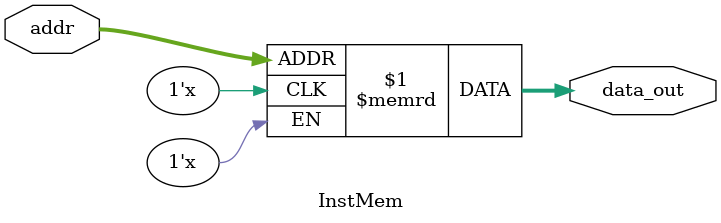
<source format=v>
`timescale 1ns / 1ps


module InstMem (input [6:0] addr, output [31:0] data_out);
 reg [31:0] mem [0:127];
 assign data_out = mem[addr];
 initial begin
 /*mem[3:0] = 32'h004e80b7;
 mem[1] = 32'h00000033;
 mem[2] = 32'h00000033;
 mem[3] = 32'h00000033;
 mem[4] = 32'h0300e093;
 mem[5] = 32'h00000033;
 mem[6] = 32'h00000033;
 mem[7] = 32'h00000033;
 mem[8] = 32'h01efe117;
 mem[9] = 32'h00000033;
 mem[10] = 32'h00000033;
 mem[11] = 32'h00000033;
 mem[12] = 32'h00000183;
 mem[13] = 32'h00000033;
 mem[14] = 32'h00000033;
 mem[15] = 32'h00000033;
 mem[16] = 32'h00001203;
 mem[17] = 32'h00000033;
 mem[18] = 32'h00000033;
 mem[19] = 32'h00000033;
 mem[20] = 32'h00002283;
 mem[21] = 32'h00000033;
 mem[22] = 32'h00000033;
 mem[23] = 32'h00000033;
 mem[24] = 32'h00500223;
 mem[25] = 32'h00000033;
 mem[26] = 32'h00000033;
 mem[27] = 32'h00000033;
 mem[28] = 32'h00501423;
 mem[29] = 32'h00000033;
 mem[30] = 32'h00000033;
 mem[31] = 32'h00000033;
 mem[32] = 32'h00502623;
 mem[33] = 32'h00000033;
 mem[34] = 32'h00000033;
 mem[35] = 32'h00000033;
 mem[36] = 32'h00008133;
 mem[37] = 32'h00000033;
 mem[38] = 32'h00000033;
 mem[39] = 32'h00000033;
 mem[40] = 32'h40110133;
 mem[41] = 32'h00000033;
 mem[42] = 32'h00000033;
 mem[43] = 32'h00000033;
 mem[44] = 32'h00329333;
 mem[45] = 32'h00000033;
 mem[46] = 32'h00000033;
 mem[47] = 32'h00000033;
 mem[48] = 32'h0032d3b3;
 mem[49] = 32'h00000033;
 mem[50] = 32'h00000033;
 mem[51] = 32'h00000033;
 mem[52] = 32'hf3800393;
 mem[53] = 32'h00000033;
 mem[54] = 32'h00000033;
 mem[55] = 32'h00000033;
 mem[56] = 32'h4033d3b3;
 mem[57] = 32'h00000033;
 mem[58] = 32'h00000033;
 mem[59] = 32'h00000033;
 mem[60] = 32'h00712433;
 mem[61] = 32'h00000033;
 mem[62] = 32'h00000033;
 mem[63] = 32'h00000033;
 mem[64] = 32'h007334b3;
 mem[65] = 32'h00000033;
 mem[66] = 32'h00000033;
 mem[67] = 32'h00000033;
 mem[68] = 32'h006344b3;
 mem[69] = 32'h00000033;
 mem[70] = 32'h00000033;
 mem[71] = 32'h00000033;
 mem[72] = 32'hfff00313;
 mem[73] = 32'h00000033;
 mem[74] = 32'h00000033;
 mem[75] = 32'h00000033;
 mem[76] = 32'h0060e4b3;
 mem[77] = 32'h00000033;
 mem[78] = 32'h00000033;
 mem[79] = 32'h00000033;
 mem[80] = 32'h0000f0b3;
 mem[81] = 32'h00000033;
 mem[82] = 32'h00000033;
 mem[83] = 32'h00000033;*/
/*
   mem[0] = 32'h004e80b7;
   mem[1]=32'b0000000_00000_00000_000_00000_0110011 ; //add x0, x0, x0
   mem[2]=32'b0000000_00000_00000_000_00000_0110011 ; //add x0, x0, x0
   mem[3]=32'b0000000_00000_00000_000_00000_0110011 ; //add x0, x0, x0
   mem[4] = 32'h00000033;
   mem[5]=32'b0000000_00000_00000_000_00000_0110011 ; //add x0, x0, x0
   mem[6]=32'b0000000_00000_00000_000_00000_0110011 ; //add x0, x0, x0
   mem[7]=32'b0000000_00000_00000_000_00000_0110011 ; //add x0, x0, x0
   mem[8] = 32'h00000033;
   mem[9]=32'b0000000_00000_00000_000_00000_0110011 ; //add x0, x0, x0
   mem[10]=32'b0000000_00000_00000_000_00000_0110011 ; //add x0, x0, x0
   mem[11]=32'b0000000_00000_00000_000_00000_0110011 ; //add x0, x0, x0
   mem[12] = 32'h00000033;
   mem[13]=32'b0000000_00000_00000_000_00000_0110011 ; //add x0, x0, x0
   mem[14]=32'b0000000_00000_00000_000_00000_0110011 ; //add x0, x0, x0
   mem[15]=32'b0000000_00000_00000_000_00000_0110011 ; //add x0, x0, x0
   mem[16] = 32'h0300e093;
   mem[17]=32'b0000000_00000_00000_000_00000_0110011 ; //add x0, x0, x0
   mem[18]=32'b0000000_00000_00000_000_00000_0110011 ; //add x0, x0, x0
   mem[19]=32'b0000000_00000_00000_000_00000_0110011 ; //add x0, x0, x0
   mem[20] = 32'h00000033;
   mem[21]=32'b0000000_00000_00000_000_00000_0110011 ; //add x0, x0, x0
   mem[22]=32'b0000000_00000_00000_000_00000_0110011 ; //add x0, x0, x0
   mem[23]=32'b0000000_00000_00000_000_00000_0110011 ; //add x0, x0, x0
   mem[24] = 32'h00000033;
   mem[25]=32'b0000000_00000_00000_000_00000_0110011 ; //add x0, x0, x0
   mem[26]=32'b0000000_00000_00000_000_00000_0110011 ; //add x0, x0, x0
   mem[27]=32'b0000000_00000_00000_000_00000_0110011 ; //add x0, x0, x0
   mem[28] = 32'h00000033;
   mem[29]=32'b0000000_00000_00000_000_00000_0110011 ; //add x0, x0, x0
   mem[30]=32'b0000000_00000_00000_000_00000_0110011 ; //add x0, x0, x0
   mem[31]=32'b0000000_00000_00000_000_00000_0110011 ; //add x0, x0, x0
   mem[32] = 32'h01efe117;
   mem[33]=32'b0000000_00000_00000_000_00000_0110011 ; //add x0, x0, x0
   mem[34]=32'b0000000_00000_00000_000_00000_0110011 ; //add x0, x0, x0
   mem[35]=32'b0000000_00000_00000_000_00000_0110011 ; //add x0, x0, x0
   mem[36] = 32'h00000033;
   mem[37]=32'b0000000_00000_00000_000_00000_0110011 ; //add x0, x0, x0
   mem[38]=32'b0000000_00000_00000_000_00000_0110011 ; //add x0, x0, x0
   mem[39]=32'b0000000_00000_00000_000_00000_0110011 ; //add x0, x0, x0
   mem[40] = 32'h00000033;
   mem[41]=32'b0000000_00000_00000_000_00000_0110011 ; //add x0, x0, x0
   mem[42]=32'b0000000_00000_00000_000_00000_0110011 ; //add x0, x0, x0
   mem[43]=32'b0000000_00000_00000_000_00000_0110011 ; //add x0, x0, x0
   mem[44] = 32'h00000033;
   mem[45] =32'b0000000_00000_00000_000_00000_0110011 ; //add x0, x0, x0
   mem[46] = 32'b0000000_00000_00000_000_00000_0110011 ; //add x0, x0, x0
   mem[47]=32'b0000000_00000_00000_000_00000_0110011 ; //add x0, x0, x0
   mem[48] = 32'h00000183;
   mem[49]=32'b0000000_00000_00000_000_00000_0110011 ; //add x0, x0, x0
   mem[50]=32'b0000000_00000_00000_000_00000_0110011 ; //add x0, x0, x0
   mem[51]=32'b0000000_00000_00000_000_00000_0110011 ; //add x0, x0, x0
   mem[52] = 32'h00000033;
   mem[53]=32'b0000000_00000_00000_000_00000_0110011 ; //add x0, x0, x0
   mem[54]=32'b0000000_00000_00000_000_00000_0110011 ; //add x0, x0, x0
   mem[55]=32'b0000000_00000_00000_000_00000_0110011 ; //add x0, x0, x0
   mem[56] = 32'h00000033;
   mem[57]=32'b0000000_00000_00000_000_00000_0110011 ; //add x0, x0, x0
   mem[58]=32'b0000000_00000_00000_000_00000_0110011 ; //add x0, x0, x0
   mem[59]=32'b0000000_00000_00000_000_00000_0110011 ; //add x0, x0, x0
   mem[60] = 32'h00000033;
   mem[61]=32'b0000000_00000_00000_000_00000_0110011 ; //add x0, x0, x0
   mem[62]=32'b0000000_00000_00000_000_00000_0110011 ; //add x0, x0, x0
   mem[63]=32'b0000000_00000_00000_000_00000_0110011 ; //add x0, x0, x0
   mem[64] = 32'h00001203;
   mem[65]=32'b0000000_00000_00000_000_00000_0110011 ; //add x0, x0, x0
   mem[66]=32'b0000000_00000_00000_000_00000_0110011 ; //add x0, x0, x0
   mem[67]=32'b0000000_00000_00000_000_00000_0110011 ; //add x0, x0, x0
   mem[68] = 32'h00000033;
   mem[69]=32'b0000000_00000_00000_000_00000_0110011 ; //add x0, x0, x0
   mem[70]=32'b0000000_00000_00000_000_00000_0110011 ; //add x0, x0, x0
   mem[71]=32'b0000000_00000_00000_000_00000_0110011 ; //add x0, x0, x0
   mem[72] = 32'h00000033;
   mem[73]=32'b0000000_00000_00000_000_00000_0110011 ; //add x0, x0, x0
   mem[74]=32'b0000000_00000_00000_000_00000_0110011 ; //add x0, x0, x0
   mem[75]=32'b0000000_00000_00000_000_00000_0110011 ; //add x0, x0, x0
   mem[76] = 32'h00000033;
   mem[77]=32'b0000000_00000_00000_000_00000_0110011 ; //add x0, x0, x0
   mem[78]=32'b0000000_00000_00000_000_00000_0110011 ; //add x0, x0, x0
   mem[79]=32'b0000000_00000_00000_000_00000_0110011 ; //add x0, x0, x0
   mem[80] = 32'h00002283;
   mem[81]=32'b0000000_00000_00000_000_00000_0110011 ; //add x0, x0, x0
   mem[82]=32'b0000000_00000_00000_000_00000_0110011 ; //add x0, x0, x0
   mem[83]=32'b0000000_00000_00000_000_00000_0110011 ; //add x0, x0, x0
   mem[84] = 32'h00000033;
   mem[85]=32'b0000000_00000_00000_000_00000_0110011 ; //add x0, x0, x0
   mem[86]=32'b0000000_00000_00000_000_00000_0110011 ; //add x0, x0, x0
   mem[87]=32'b0000000_00000_00000_000_00000_0110011 ; //add x0, x0, x0
   mem[88] = 32'h00000033;
   mem[89]=32'b0000000_00000_00000_000_00000_0110011 ; //add x0, x0, x0
   mem[90]=32'b0000000_00000_00000_000_00000_0110011 ; //add x0, x0, x0
   mem[91]=32'b0000000_00000_00000_000_00000_0110011 ; //add x0, x0, x0
   mem[92] = 32'h00000033;
   mem[93]=32'b0000000_00000_00000_000_00000_0110011 ; //add x0, x0, x0
   mem[94]=32'b0000000_00000_00000_000_00000_0110011 ; //add x0, x0, x0
   mem[95]=32'b0000000_00000_00000_000_00000_0110011 ; //add x0, x0, x0
   mem[96] = 32'h00500223;
   mem[97]=32'b0000000_00000_00000_000_00000_0110011 ; //add x0, x0, x0
   mem[98]=32'b0000000_00000_00000_000_00000_0110011 ; //add x0, x0, x0
   mem[99]=32'b0000000_00000_00000_000_00000_0110011 ; //add x0, x0, x0
   mem[100] = 32'h00000033;
   mem[101]=32'b0000000_00000_00000_000_00000_0110011 ; //add x0, x0, x0
   mem[102]=32'b0000000_00000_00000_000_00000_0110011 ; //add x0, x0, x0
   mem[103]=32'b0000000_00000_00000_000_00000_0110011 ; //add x0, x0, x0
   mem[104] = 32'h00000033;
   mem[105]=32'b0000000_00000_00000_000_00000_0110011 ; //add x0, x0, x0
   mem[106]=32'b0000000_00000_00000_000_00000_0110011 ; //add x0, x0, x0
   mem[107]=32'b0000000_00000_00000_000_00000_0110011 ; //add x0, x0, x0
   mem[108] = 32'h00000033;
   mem[109]=32'b0000000_00000_00000_000_00000_0110011 ; //add x0, x0, x0
   mem[110]=32'b0000000_00000_00000_000_00000_0110011 ; //add x0, x0, x0
   mem[111]=32'b0000000_00000_00000_000_00000_0110011 ; //add x0, x0, x0
   mem[112] = 32'h00501423;
   mem[113]=32'b0000000_00000_00000_000_00000_0110011 ; //add x0, x0, x0
   mem[114]=32'b0000000_00000_00000_000_00000_0110011 ; //add x0, x0, x0
   mem[115]=32'b0000000_00000_00000_000_00000_0110011 ; //add x0, x0, x0
   mem[116] = 32'h00000033;
   mem[117]=32'b0000000_00000_00000_000_00000_0110011 ; //add x0, x0, x0
   mem[118]=32'b0000000_00000_00000_000_00000_0110011 ; //add x0, x0, x0
   mem[119]=32'b0000000_00000_00000_000_00000_0110011 ; //add x0, x0, x0
   mem[120]=32'b0000000_00000_00000_000_00000_0110011 ; //add x0, x0, x0
   mem[121] = 32'h00000033;
   mem[122]=32'b0000000_00000_00000_000_00000_0110011 ; //add x0, x0, x0
   mem[123]=32'b0000000_00000_00000_000_00000_0110011 ; //add x0, x0, x0
   mem[124]=32'b0000000_00000_00000_000_00000_0110011 ; //add x0, x0, x0
   mem[125] = 32'h00000033;
   mem[126]=32'b0000000_00000_00000_000_00000_0110011 ; //add x0, x0, x0
   mem[127]=32'b0000000_00000_00000_000_00000_0110011 ; //add x0, x0, x0
   mem[128]=32'b0000000_00000_00000_000_00000_0110011 ; //add x0, x0, x0
   mem[129] = 32'h00502623;
   mem[130]=32'b0000000_00000_00000_000_00000_0110011 ; //add x0, x0, x0
   mem[131]=32'b0000000_00000_00000_000_00000_0110011 ; //add x0, x0, x0
   mem[132]=32'b0000000_00000_00000_000_00000_0110011 ; //add x0, x0, x0
   mem[133] = 32'h00000033;
   mem[134]=32'b0000000_00000_00000_000_00000_0110011 ; //add x0, x0, x0
   mem[135]=32'b0000000_00000_00000_000_00000_0110011 ; //add x0, x0, x0
   mem[136]=32'b0000000_00000_00000_000_00000_0110011 ; //add x0, x0, x0
   mem[137] = 32'h00000033;
   mem[138]=32'b0000000_00000_00000_000_00000_0110011 ; //add x0, x0, x0
   mem[139]=32'b0000000_00000_00000_000_00000_0110011 ; //add x0, x0, x0
   mem[140]=32'b0000000_00000_00000_000_00000_0110011 ; //add x0, x0, x0
   mem[141]=32'b0000000_00000_00000_000_00000_0110011 ; //add x0, x0, x0
   mem[142] = 32'h00000033;
   mem[143]=32'b0000000_00000_00000_000_00000_0110011 ; //add x0, x0, x0
   mem[144]=32'b0000000_00000_00000_000_00000_0110011 ; //add x0, x0, x0
   mem[145]=32'b0000000_00000_00000_000_00000_0110011 ; //add x0, x0, x0
   mem[146] = 32'h00008133;
   mem[147]=32'b0000000_00000_00000_000_00000_0110011 ; //add x0, x0, x0
   mem[148]=32'b0000000_00000_00000_000_00000_0110011 ; //add x0, x0, x0
   mem[149]=32'b0000000_00000_00000_000_00000_0110011 ; //add x0, x0, x0
   mem[150] = 32'h00000033;
   mem[151]=32'b0000000_00000_00000_000_00000_0110011 ; //add x0, x0, x0
   mem[152]=32'b0000000_00000_00000_000_00000_0110011 ; //add x0, x0, x0
   mem[153]=32'b0000000_00000_00000_000_00000_0110011 ; //add x0, x0, x0
   mem[154] = 32'h00000033;
   mem[155]=32'b0000000_00000_00000_000_00000_0110011 ; //add x0, x0, x0
   mem[156]=32'b0000000_00000_00000_000_00000_0110011 ; //add x0, x0, x0
   mem[157]=32'b0000000_00000_00000_000_00000_0110011 ; //add x0, x0, x0
   mem[158] = 32'h00000033;
   mem[159]=32'b0000000_00000_00000_000_00000_0110011 ; //add x0, x0, x0
   mem[160]=32'b0000000_00000_00000_000_00000_0110011 ; //add x0, x0, x0
   mem[161]=32'b0000000_00000_00000_000_00000_0110011 ; //add x0, x0, x0
   mem[162] = 32'h40110133;
   mem[163]=32'b0000000_00000_00000_000_00000_0110011 ; //add x0, x0, x0
   mem[164]=32'b0000000_00000_00000_000_00000_0110011 ; //add x0, x0, x0
   mem[165]=32'b0000000_00000_00000_000_00000_0110011 ; //add x0, x0, x0
   mem[166]=32'b0000000_00000_00000_000_00000_0110011 ; //add x0, x0, x0
   mem[167] = 32'h00000033;
   mem[168]=32'b0000000_00000_00000_000_00000_0110011 ; //add x0, x0, x0
   mem[169]=32'b0000000_00000_00000_000_00000_0110011 ; //add x0, x0, x0
   mem[170]=32'b0000000_00000_00000_000_00000_0110011 ; //add x0, x0, x0
   mem[171] = 32'h00000033;
   mem[172]=32'b0000000_00000_00000_000_00000_0110011 ; //add x0, x0, x0
   mem[173]=32'b0000000_00000_00000_000_00000_0110011 ; //add x0, x0, x0
   mem[174]=32'b0000000_00000_00000_000_00000_0110011 ; //add x0, x0, x0
   mem[175] = 32'h00000033;
   mem[176]=32'b0000000_00000_00000_000_00000_0110011 ; //add x0, x0, x0
   mem[177]=32'b0000000_00000_00000_000_00000_0110011 ; //add x0, x0, x0
   mem[178]=32'b0000000_00000_00000_000_00000_0110011 ; //add x0, x0, x0
   mem[179] = 32'h00329333;
   mem[180]=32'b0000000_00000_00000_000_00000_0110011 ; //add x0, x0, x0
   mem[181]=32'b0000000_00000_00000_000_00000_0110011 ; //add x0, x0, x0
   mem[182]=32'b0000000_00000_00000_000_00000_0110011 ; //add x0, x0, x0
   mem[183] = 32'h00000033;
   mem[184]=32'b0000000_00000_00000_000_00000_0110011 ; //add x0, x0, x0
   mem[185]=32'b0000000_00000_00000_000_00000_0110011 ; //add x0, x0, x0
   mem[186]=32'b0000000_00000_00000_000_00000_0110011 ; //add x0, x0, x0
   mem[187] = 32'h00000033;
   mem[188]=32'b0000000_00000_00000_000_00000_0110011 ; //add x0, x0, x0
   mem[189]=32'b0000000_00000_00000_000_00000_0110011 ; //add x0, x0, x0
   mem[190]=32'b0000000_00000_00000_000_00000_0110011 ; //add x0, x0, x0
   mem[191]=32'b0000000_00000_00000_000_00000_0110011 ; //add x0, x0, x0
   mem[192] = 32'h00000033;
   mem[193]=32'b0000000_00000_00000_000_00000_0110011 ; //add x0, x0, x0
   mem[194]=32'b0000000_00000_00000_000_00000_0110011 ; //add x0, x0, x0  //mem[195]=32'b0000000_00000_00000_000_00000_0110011 ; //add x0, x0, x0
   mem[195] = 32'h0032d3b3;
   mem[196]=32'b0000000_00000_00000_000_00000_0110011 ; //add x0, x0, x0
   mem[197]=32'b0000000_00000_00000_000_00000_0110011 ; //add x0, x0, x0  //mem[199]=32'b0000000_00000_00000_000_00000_0110011 ; //add x0, x0, x0
   mem[198] = 32'h00000033;
   mem[199]=32'b0000000_00000_00000_000_00000_0110011 ; //add x0, x0, x0
   mem[200]=32'b0000000_00000_00000_000_00000_0110011 ; //add x0, x0, x0
   mem[201]=32'b0000000_00000_00000_000_00000_0110011 ; //add x0, x0, x0
   mem[202] = 32'h00000033;
   mem[203]=32'b0000000_00000_00000_000_00000_0110011 ; //add x0, x0, x0
   mem[204]=32'b0000000_00000_00000_000_00000_0110011 ; //add x0, x0, x0
   mem[205]=32'b0000000_00000_00000_000_00000_0110011 ; //add x0, x0, x0
   mem[206] = 32'h00000033;
   mem[207]=32'b0000000_00000_00000_000_00000_0110011 ; //add x0, x0, x0
   mem[208]=32'b0000000_00000_00000_000_00000_0110011 ; //add x0, x0, x0
   mem[209]=32'b0000000_00000_00000_000_00000_0110011 ; //add x0, x0, x0
   mem[210] = 32'hf3800393;
   mem[211]=32'b0000000_00000_00000_000_00000_0110011 ; //add x0, x0, x0
   mem[212]=32'b0000000_00000_00000_000_00000_0110011 ; //add x0, x0, x0
   mem[213]=32'b0000000_00000_00000_000_00000_0110011 ; //add x0, x0, x0
   mem[214] = 32'h00000033;
   mem[215]=32'b0000000_00000_00000_000_00000_0110011 ; //add x0, x0, x0
   mem[216]=32'b0000000_00000_00000_000_00000_0110011 ; //add x0, x0, x0
   mem[217]=32'b0000000_00000_00000_000_00000_0110011 ; //add x0, x0, x0
   mem[218] = 32'h00000033;
   mem[219]=32'b0000000_00000_00000_000_00000_0110011 ; //add x0, x0, x0
   mem[220]=32'b0000000_00000_00000_000_00000_0110011 ; //add x0, x0, x0
   mem[221]=32'b0000000_00000_00000_000_00000_0110011 ; //add x0, x0, x0
   mem[222] = 32'h00000033;
   mem[223]=32'b0000000_00000_00000_000_00000_0110011 ; //add x0, x0, x0
   mem[224]=32'b0000000_00000_00000_000_00000_0110011 ; //add x0, x0, x0
   mem[225]=32'b0000000_00000_00000_000_00000_0110011 ; //add x0, x0, x0
   mem[226] = 32'h4033d3b3;
   mem[227]=32'b0000000_00000_00000_000_00000_0110011 ; //add x0, x0, x0
   mem[228]=32'b0000000_00000_00000_000_00000_0110011 ; //add x0, x0, x0
   mem[229]=32'b0000000_00000_00000_000_00000_0110011 ; //add x0, x0, x0
   mem[230] = 32'h00000033;
   mem[2]=32'b0000000_00000_00000_000_00000_0110011 ; //add x0, x0, x0
   mem[230]=32'b0000000_00000_00000_000_00000_0110011 ; //add x0, x0, x0
   mem[231]=32'b0000000_00000_00000_000_00000_0110011 ; //add x0, x0, x0
   mem[232] = 32'h00000033;
   mem[233]=32'b0000000_00000_00000_000_00000_0110011 ; //add x0, x0, x0
   mem[234]=32'b0000000_00000_00000_000_00000_0110011 ; //add x0, x0, x0
   mem[235]=32'b0000000_00000_00000_000_00000_0110011 ; //add x0, x0, x0
   mem[236] = 32'h00000033;
   mem[237]=32'b0000000_00000_00000_000_00000_0110011 ; //add x0, x0, x0
   mem[238]=32'b0000000_00000_00000_000_00000_0110011 ; //add x0, x0, x0
   mem[239]=32'b0000000_00000_00000_000_00000_0110011 ; //add x0, x0, x0
   mem[240] = 32'h00712433;
   mem[241]=32'b0000000_00000_00000_000_00000_0110011 ; //add x0, x0, x0
   mem[242]=32'b0000000_00000_00000_000_00000_0110011 ; //add x0, x0, x0
   mem[243]=32'b0000000_00000_00000_000_00000_0110011 ; //add x0, x0, x0
   mem[244] = 32'h00000033;
   mem[245]=32'b0000000_00000_00000_000_00000_0110011 ; //add x0, x0, x0
   mem[246]=32'b0000000_00000_00000_000_00000_0110011 ; //add x0, x0, x0
   mem[247]=32'b0000000_00000_00000_000_00000_0110011 ; //add x0, x0, x0
   mem[248] = 32'h00000033;
   mem[249]=32'b0000000_00000_00000_000_00000_0110011 ; //add x0, x0, x0
   mem[250]=32'b0000000_00000_00000_000_00000_0110011 ; //add x0, x0, x0
   mem[251]=32'b0000000_00000_00000_000_00000_0110011 ; //add x0, x0, x0
   mem[252] = 32'h00000033;
   mem[253]=32'b0000000_00000_00000_000_00000_0110011 ; //add x0, x0, x0
   mem[254]=32'b0000000_00000_00000_000_00000_0110011 ; //add x0, x0, x0
   mem[255]=32'b0000000_00000_00000_000_00000_0110011 ; //add x0, x0, x0
   mem[256] = 32'h007334b3;
   mem[257]=32'b0000000_00000_00000_000_00000_0110011 ; //add x0, x0, x0
   mem[258]=32'b0000000_00000_00000_000_00000_0110011 ; //add x0, x0, x0
   mem[259]=32'b0000000_00000_00000_000_00000_0110011 ; //add x0, x0, x0
   mem[260] = 32'h00000033;
   mem[261]=32'b0000000_00000_00000_000_00000_0110011 ; //add x0, x0, x0
   mem[262]=32'b0000000_00000_00000_000_00000_0110011 ; //add x0, x0, x0
   mem[263]=32'b0000000_00000_00000_000_00000_0110011 ; //add x0, x0, x0
   mem[264] = 32'h00000033;
   mem[265]=32'b0000000_00000_00000_000_00000_0110011 ; //add x0, x0, x0
   mem[266]=32'b0000000_00000_00000_000_00000_0110011 ; //add x0, x0, x0
   mem[267]=32'b0000000_00000_00000_000_00000_0110011 ; //add x0, x0, x0
   mem[268] = 32'h00000033;
   mem[269]=32'b0000000_00000_00000_000_00000_0110011 ; //add x0, x0, x0
   mem[270]=32'b0000000_00000_00000_000_00000_0110011 ; //add x0, x0, x0
   mem[271]=32'b0000000_00000_00000_000_00000_0110011 ; //add x0, x0, x0
   mem[272] = 32'h006344b3;
   mem[273]=32'b0000000_00000_00000_000_00000_0110011 ; //add x0, x0, x0
   mem[274]=32'b0000000_00000_00000_000_00000_0110011 ; //add x0, x0, x0
   mem[275]=32'b0000000_00000_00000_000_00000_0110011 ; //add x0, x0, x0
   mem[276] = 32'h00000033;
   mem[277]=32'b0000000_00000_00000_000_00000_0110011 ; //add x0, x0, x0
   mem[278]=32'b0000000_00000_00000_000_00000_0110011 ; //add x0, x0, x0
   mem[279]=32'b0000000_00000_00000_000_00000_0110011 ; //add x0, x0, x0
   mem[280] = 32'h00000033;
   mem[281]=32'b0000000_00000_00000_000_00000_0110011 ; //add x0, x0, x0
   mem[282]=32'b0000000_00000_00000_000_00000_0110011 ; //add x0, x0, x0
   mem[283]=32'b0000000_00000_00000_000_00000_0110011 ; //add x0, x0, x0
   mem[284] = 32'h00000033;
   mem[285]=32'b0000000_00000_00000_000_00000_0110011 ; //add x0, x0, x0
   mem[286]=32'b0000000_00000_00000_000_00000_0110011 ; //add x0, x0, x0
   mem[287]=32'b0000000_00000_00000_000_00000_0110011 ; //add x0, x0, x0
   mem[288] = 32'hfff00313;
   mem[289]=32'b0000000_00000_00000_000_00000_0110011 ; //add x0, x0, x0
   mem[290]=32'b0000000_00000_00000_000_00000_0110011 ; //add x0, x0, x0
   mem[291]=32'b0000000_00000_00000_000_00000_0110011 ; //add x0, x0, x0
   mem[292] = 32'h00000033;
   mem[293]=32'b0000000_00000_00000_000_00000_0110011 ; //add x0, x0, x0
   mem[294]=32'b0000000_00000_00000_000_00000_0110011 ; //add x0, x0, x0
   mem[295]=32'b0000000_00000_00000_000_00000_0110011 ; //add x0, x0, x0
   mem[296]= 32'h00000033;
   mem[297]=32'b0000000_00000_00000_000_00000_0110011 ; //add x0, x0, x0
   mem[298]=32'b0000000_00000_00000_000_00000_0110011 ; //add x0, x0, x0
   mem[299]=32'b0000000_00000_00000_000_00000_0110011 ; //add x0, x0, x0
   mem[300] = 32'h00000033;
   mem[301]=32'b0000000_00000_00000_000_00000_0110011 ; //add x0, x0, x0
   mem[302]=32'b0000000_00000_00000_000_00000_0110011 ; //add x0, x0, x0
   mem[303]=32'b0000000_00000_00000_000_00000_0110011 ; //add x0, x0, x0
   mem[304] = 32'h0060e4b3;
   mem[305]=32'b0000000_00000_00000_000_00000_0110011 ; //add x0, x0, x0
   mem[306]=32'b0000000_00000_00000_000_00000_0110011 ; //add x0, x0, x0
   mem[307]=32'b0000000_00000_00000_000_00000_0110011 ; //add x0, x0, x0
   mem[308] = 32'h00000033;
   mem[309]=32'b0000000_00000_00000_000_00000_0110011 ; //add x0, x0, x0
   mem[310]=32'b0000000_00000_00000_000_00000_0110011 ; //add x0, x0, x0
   mem[311]=32'b0000000_00000_00000_000_00000_0110011 ; //add x0, x0, x0
   mem[312] = 32'h00000033;
   mem[313]=32'b0000000_00000_00000_000_00000_0110011 ; //add x0, x0, x0
   mem[314]=32'b0000000_00000_00000_000_00000_0110011 ; //add x0, x0, x0
   mem[315]=32'b0000000_00000_00000_000_00000_0110011 ; //add x0, x0, x0
   mem[316] = 32'h00000033;
   mem[317]=32'b0000000_00000_00000_000_00000_0110011 ; //add x0, x0, x0
   mem[318]=32'b0000000_00000_00000_000_00000_0110011 ; //add x0, x0, x0
   mem[319]=32'b0000000_00000_00000_000_00000_0110011 ; //add x0, x0, x0
   mem[320] = 32'h0000f0b3;
   mem[321]=32'b0000000_00000_00000_000_00000_0110011 ; //add x0, x0, x0
   mem[322]=32'b0000000_00000_00000_000_00000_0110011 ; //add x0, x0, x0
   mem[323]=32'b0000000_00000_00000_000_00000_0110011 ; //add x0, x0, x0
   mem[324] = 32'h00000033;
   mem[325]=32'b0000000_00000_00000_000_00000_0110011 ; //add x0, x0, x0
   mem[326]=32'b0000000_00000_00000_000_00000_0110011 ; //add x0, x0, x0
   mem[327]=32'b0000000_00000_00000_000_00000_0110011 ; //add x0, x0, x0
   mem[328] = 32'h00000033;
   mem[329]=32'b0000000_00000_00000_000_00000_0110011 ; //add x0, x0, x0
   mem[330]=32'b0000000_00000_00000_000_00000_0110011 ; //add x0, x0, x0
   mem[331]=32'b0000000_00000_00000_000_00000_0110011 ; //add x0, x0, x0
   mem[332] = 32'h00000033;
   mem[333]=32'b0000000_00000_00000_000_00000_0110011 ; //add x0, x0, x0
   mem[334]=32'b0000000_00000_00000_000_00000_0110011 ; //add x0, x0, x0
   mem[335]=32'b0000000_00000_00000_000_00000_0110011 ; //add x0, x0, x0*/
  /*mem[0]=32'b00000000000000000000000010110011;
  mem[1]=32'b00000000110100000000000010010011;
  mem[2]=32'b00000000010100001110000010010011;
  mem[3]=32'b00000000010100001100000100010011;
  mem[4]=32'b11111111011100010000000100010011;
  mem[5]=32'b00000000011000010010000110010011;
  mem[6]=32'b00000000100100010010001000010011;
  mem[7]=32'b00000000011000010011001100010011;
  mem[8]=32'b00000000001000010001001110010011;
  mem[9]=32'b00000000001000010101010000010011;
  mem[10]=32'b01000000001000010101010010010011;
 */
 

// i don't know what program is this 

  //mem[0]=32'b0000000_00000_00000_000_00000_0110011 ; //add x0, x0, x0
  //mem[1]=32'b000000000000_00000_010_00001_0000011 ; //lw x1, 0(x0)
  //mem[2]=32'b000000000100_00000_010_00010_0000011 ; //lw x2, 4(x0)
  //mem[3]=32'b000000001000_00000_010_00011_0000011 ; //lw x3, 8(x0)
  //mem[4]=32'b0000000_00010_00001_110_00100_0110011 ; //or x4, x1, x2
  //mem[5]=32'b0_000000_00011_00100_000_0100_0_1100011 ; //beq x4, x3, 4
  //mem[6]=32'b0000000_00010_00001_000_00011_0110011 ; //add x3, x1, x2
  //mem[7]=32'b0000000_00010_00011_000_00101_0110011 ; //add x5, x3, x2
  //mem[8]=32'b0000000_00101_00000_010_01100_0100011; //sw x5, 12(x0)
  //mem[9]=32'b000000001100_00000_010_00110_0000011 ; //lw x6, 12(x0)
  //mem[10]=32'b0000000_00001_00110_111_00111_0110011 ; //and x7, x6, x1
  //mem[11]=32'b0100000_00010_00001_000_01000_0110011 ; //sub x8, x1, x2
  //mem[12]=32'b0000000_00010_00001_000_00000_0110011 ; //add x0, x1, x2
  //mem[13]=32'b0000000_00001_00000_000_01001_0110011 ; //add x9, x0, x1
 end
 
endmodule

</source>
